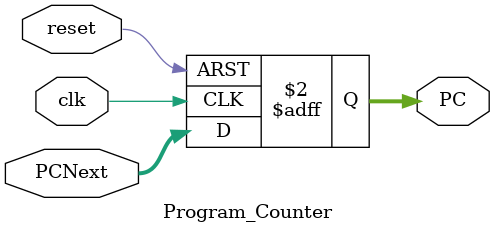
<source format=v>
`timescale 1ns / 1ps


module Program_Counter (
input clk,reset,
input [32-1:0] PCNext,
output reg [32-1:0] PC
    );
    
    always @(posedge clk, posedge reset)
    begin
        if(reset)
            PC <= 32'b0;
        else begin
            PC <= PCNext;
        end    
    end
    
endmodule

</source>
